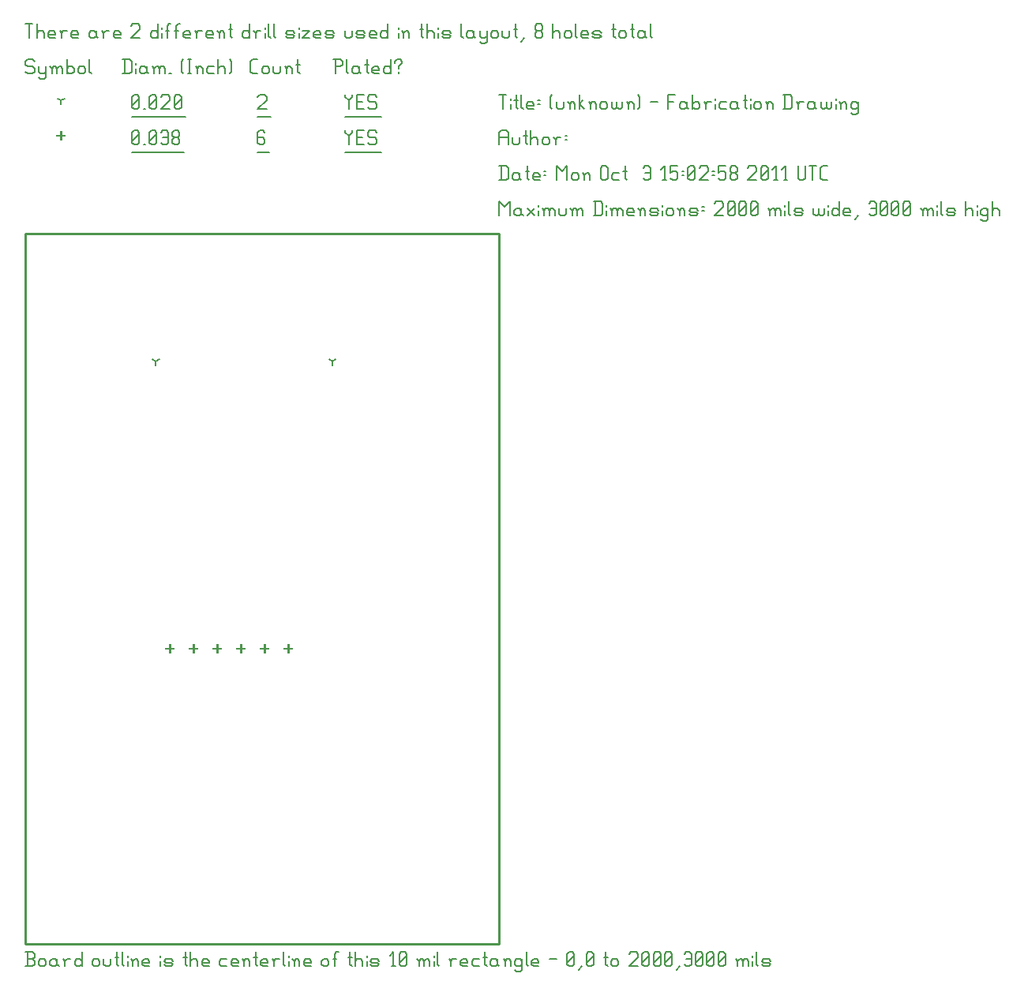
<source format=gbr>
G04 start of page 9 for group -3984 idx -3984 *
G04 Title: (unknown), fab *
G04 Creator: pcb 20100929 *
G04 CreationDate: Mon Oct  3 15:02:58 2011 UTC *
G04 For: user1 *
G04 Format: Gerber/RS-274X *
G04 PCB-Dimensions: 200000 300000 *
G04 PCB-Coordinate-Origin: lower left *
%MOIN*%
%FSLAX25Y25*%
%LNFAB*%
%ADD29C,0.0100*%
%ADD32R,0.0080X0.0080*%
%ADD33C,0.0060*%
G54D32*X61000Y126100D02*Y122900D01*
X59400Y124500D02*X62600D01*
X71000Y126100D02*Y122900D01*
X69400Y124500D02*X72600D01*
X81000Y126100D02*Y122900D01*
X79400Y124500D02*X82600D01*
X91000Y126100D02*Y122900D01*
X89400Y124500D02*X92600D01*
X101000Y126100D02*Y122900D01*
X99400Y124500D02*X102600D01*
X111000Y126100D02*Y122900D01*
X109400Y124500D02*X112600D01*
X15000Y342850D02*Y339650D01*
X13400Y341250D02*X16600D01*
G54D33*X135000Y343500D02*Y342750D01*
X136500Y341250D01*
X138000Y342750D01*
Y343500D02*Y342750D01*
X136500Y341250D02*Y337500D01*
X139801Y340500D02*X142051D01*
X139801Y337500D02*X142801D01*
X139801Y343500D02*Y337500D01*
Y343500D02*X142801D01*
X147603D02*X148353Y342750D01*
X145353Y343500D02*X147603D01*
X144603Y342750D02*X145353Y343500D01*
X144603Y342750D02*Y341250D01*
X145353Y340500D01*
X147603D01*
X148353Y339750D01*
Y338250D01*
X147603Y337500D02*X148353Y338250D01*
X145353Y337500D02*X147603D01*
X144603Y338250D02*X145353Y337500D01*
X135000Y334249D02*X150154D01*
X100250Y343500D02*X101000Y342750D01*
X98750Y343500D02*X100250D01*
X98000Y342750D02*X98750Y343500D01*
X98000Y342750D02*Y338250D01*
X98750Y337500D01*
X100250Y340500D02*X101000Y339750D01*
X98000Y340500D02*X100250D01*
X98750Y337500D02*X100250D01*
X101000Y338250D01*
Y339750D02*Y338250D01*
X98000Y334249D02*X102801D01*
X45000Y338250D02*X45750Y337500D01*
X45000Y342750D02*Y338250D01*
Y342750D02*X45750Y343500D01*
X47250D01*
X48000Y342750D01*
Y338250D01*
X47250Y337500D02*X48000Y338250D01*
X45750Y337500D02*X47250D01*
X45000Y339000D02*X48000Y342000D01*
X49801Y337500D02*X50551D01*
X52353Y338250D02*X53103Y337500D01*
X52353Y342750D02*Y338250D01*
Y342750D02*X53103Y343500D01*
X54603D01*
X55353Y342750D01*
Y338250D01*
X54603Y337500D02*X55353Y338250D01*
X53103Y337500D02*X54603D01*
X52353Y339000D02*X55353Y342000D01*
X57154Y342750D02*X57904Y343500D01*
X59404D01*
X60154Y342750D01*
Y338250D01*
X59404Y337500D02*X60154Y338250D01*
X57904Y337500D02*X59404D01*
X57154Y338250D02*X57904Y337500D01*
Y340500D02*X60154D01*
X61956Y338250D02*X62706Y337500D01*
X61956Y339750D02*Y338250D01*
Y339750D02*X62706Y340500D01*
X64206D01*
X64956Y339750D01*
Y338250D01*
X64206Y337500D02*X64956Y338250D01*
X62706Y337500D02*X64206D01*
X61956Y341250D02*X62706Y340500D01*
X61956Y342750D02*Y341250D01*
Y342750D02*X62706Y343500D01*
X64206D01*
X64956Y342750D01*
Y341250D01*
X64206Y340500D02*X64956Y341250D01*
X45000Y334249D02*X66757D01*
X129500Y246000D02*Y244400D01*
Y246000D02*X130886Y246800D01*
X129500Y246000D02*X128114Y246800D01*
X55000Y246000D02*Y244400D01*
Y246000D02*X56386Y246800D01*
X55000Y246000D02*X53614Y246800D01*
X15000Y356250D02*Y354650D01*
Y356250D02*X16386Y357050D01*
X15000Y356250D02*X13614Y357050D01*
X135000Y358500D02*Y357750D01*
X136500Y356250D01*
X138000Y357750D01*
Y358500D02*Y357750D01*
X136500Y356250D02*Y352500D01*
X139801Y355500D02*X142051D01*
X139801Y352500D02*X142801D01*
X139801Y358500D02*Y352500D01*
Y358500D02*X142801D01*
X147603D02*X148353Y357750D01*
X145353Y358500D02*X147603D01*
X144603Y357750D02*X145353Y358500D01*
X144603Y357750D02*Y356250D01*
X145353Y355500D01*
X147603D01*
X148353Y354750D01*
Y353250D01*
X147603Y352500D02*X148353Y353250D01*
X145353Y352500D02*X147603D01*
X144603Y353250D02*X145353Y352500D01*
X135000Y349249D02*X150154D01*
X98000Y357750D02*X98750Y358500D01*
X101000D01*
X101750Y357750D01*
Y356250D01*
X98000Y352500D02*X101750Y356250D01*
X98000Y352500D02*X101750D01*
X98000Y349249D02*X103551D01*
X45000Y353250D02*X45750Y352500D01*
X45000Y357750D02*Y353250D01*
Y357750D02*X45750Y358500D01*
X47250D01*
X48000Y357750D01*
Y353250D01*
X47250Y352500D02*X48000Y353250D01*
X45750Y352500D02*X47250D01*
X45000Y354000D02*X48000Y357000D01*
X49801Y352500D02*X50551D01*
X52353Y353250D02*X53103Y352500D01*
X52353Y357750D02*Y353250D01*
Y357750D02*X53103Y358500D01*
X54603D01*
X55353Y357750D01*
Y353250D01*
X54603Y352500D02*X55353Y353250D01*
X53103Y352500D02*X54603D01*
X52353Y354000D02*X55353Y357000D01*
X57154Y357750D02*X57904Y358500D01*
X60154D01*
X60904Y357750D01*
Y356250D01*
X57154Y352500D02*X60904Y356250D01*
X57154Y352500D02*X60904D01*
X62706Y353250D02*X63456Y352500D01*
X62706Y357750D02*Y353250D01*
Y357750D02*X63456Y358500D01*
X64956D01*
X65706Y357750D01*
Y353250D01*
X64956Y352500D02*X65706Y353250D01*
X63456Y352500D02*X64956D01*
X62706Y354000D02*X65706Y357000D01*
X45000Y349249D02*X67507D01*
X3000Y373500D02*X3750Y372750D01*
X750Y373500D02*X3000D01*
X0Y372750D02*X750Y373500D01*
X0Y372750D02*Y371250D01*
X750Y370500D01*
X3000D01*
X3750Y369750D01*
Y368250D01*
X3000Y367500D02*X3750Y368250D01*
X750Y367500D02*X3000D01*
X0Y368250D02*X750Y367500D01*
X5551Y370500D02*Y368250D01*
X6301Y367500D01*
X8551Y370500D02*Y366000D01*
X7801Y365250D02*X8551Y366000D01*
X6301Y365250D02*X7801D01*
X5551Y366000D02*X6301Y365250D01*
Y367500D02*X7801D01*
X8551Y368250D01*
X11103Y369750D02*Y367500D01*
Y369750D02*X11853Y370500D01*
X12603D01*
X13353Y369750D01*
Y367500D01*
Y369750D02*X14103Y370500D01*
X14853D01*
X15603Y369750D01*
Y367500D01*
X10353Y370500D02*X11103Y369750D01*
X17404Y373500D02*Y367500D01*
Y368250D02*X18154Y367500D01*
X19654D01*
X20404Y368250D01*
Y369750D02*Y368250D01*
X19654Y370500D02*X20404Y369750D01*
X18154Y370500D02*X19654D01*
X17404Y369750D02*X18154Y370500D01*
X22206Y369750D02*Y368250D01*
Y369750D02*X22956Y370500D01*
X24456D01*
X25206Y369750D01*
Y368250D01*
X24456Y367500D02*X25206Y368250D01*
X22956Y367500D02*X24456D01*
X22206Y368250D02*X22956Y367500D01*
X27007Y373500D02*Y368250D01*
X27757Y367500D01*
X41750Y373500D02*Y367500D01*
X44000Y373500D02*X44750Y372750D01*
Y368250D01*
X44000Y367500D02*X44750Y368250D01*
X41000Y367500D02*X44000D01*
X41000Y373500D02*X44000D01*
X46551Y372000D02*Y371250D01*
Y369750D02*Y367500D01*
X50303Y370500D02*X51053Y369750D01*
X48803Y370500D02*X50303D01*
X48053Y369750D02*X48803Y370500D01*
X48053Y369750D02*Y368250D01*
X48803Y367500D01*
X51053Y370500D02*Y368250D01*
X51803Y367500D01*
X48803D02*X50303D01*
X51053Y368250D01*
X54354Y369750D02*Y367500D01*
Y369750D02*X55104Y370500D01*
X55854D01*
X56604Y369750D01*
Y367500D01*
Y369750D02*X57354Y370500D01*
X58104D01*
X58854Y369750D01*
Y367500D01*
X53604Y370500D02*X54354Y369750D01*
X60656Y367500D02*X61406D01*
X65907Y368250D02*X66657Y367500D01*
X65907Y372750D02*X66657Y373500D01*
X65907Y372750D02*Y368250D01*
X68459Y373500D02*X69959D01*
X69209D02*Y367500D01*
X68459D02*X69959D01*
X72510Y369750D02*Y367500D01*
Y369750D02*X73260Y370500D01*
X74010D01*
X74760Y369750D01*
Y367500D01*
X71760Y370500D02*X72510Y369750D01*
X77312Y370500D02*X79562D01*
X76562Y369750D02*X77312Y370500D01*
X76562Y369750D02*Y368250D01*
X77312Y367500D01*
X79562D01*
X81363Y373500D02*Y367500D01*
Y369750D02*X82113Y370500D01*
X83613D01*
X84363Y369750D01*
Y367500D01*
X86165Y373500D02*X86915Y372750D01*
Y368250D01*
X86165Y367500D02*X86915Y368250D01*
X95750Y367500D02*X98000D01*
X95000Y368250D02*X95750Y367500D01*
X95000Y372750D02*Y368250D01*
Y372750D02*X95750Y373500D01*
X98000D01*
X99801Y369750D02*Y368250D01*
Y369750D02*X100551Y370500D01*
X102051D01*
X102801Y369750D01*
Y368250D01*
X102051Y367500D02*X102801Y368250D01*
X100551Y367500D02*X102051D01*
X99801Y368250D02*X100551Y367500D01*
X104603Y370500D02*Y368250D01*
X105353Y367500D01*
X106853D01*
X107603Y368250D01*
Y370500D02*Y368250D01*
X110154Y369750D02*Y367500D01*
Y369750D02*X110904Y370500D01*
X111654D01*
X112404Y369750D01*
Y367500D01*
X109404Y370500D02*X110154Y369750D01*
X114956Y373500D02*Y368250D01*
X115706Y367500D01*
X114206Y371250D02*X115706D01*
X130750Y373500D02*Y367500D01*
X130000Y373500D02*X133000D01*
X133750Y372750D01*
Y371250D01*
X133000Y370500D02*X133750Y371250D01*
X130750Y370500D02*X133000D01*
X135551Y373500D02*Y368250D01*
X136301Y367500D01*
X140053Y370500D02*X140803Y369750D01*
X138553Y370500D02*X140053D01*
X137803Y369750D02*X138553Y370500D01*
X137803Y369750D02*Y368250D01*
X138553Y367500D01*
X140803Y370500D02*Y368250D01*
X141553Y367500D01*
X138553D02*X140053D01*
X140803Y368250D01*
X144104Y373500D02*Y368250D01*
X144854Y367500D01*
X143354Y371250D02*X144854D01*
X147106Y367500D02*X149356D01*
X146356Y368250D02*X147106Y367500D01*
X146356Y369750D02*Y368250D01*
Y369750D02*X147106Y370500D01*
X148606D01*
X149356Y369750D01*
X146356Y369000D02*X149356D01*
Y369750D02*Y369000D01*
X154157Y373500D02*Y367500D01*
X153407D02*X154157Y368250D01*
X151907Y367500D02*X153407D01*
X151157Y368250D02*X151907Y367500D01*
X151157Y369750D02*Y368250D01*
Y369750D02*X151907Y370500D01*
X153407D01*
X154157Y369750D01*
X157459Y370500D02*Y369750D01*
Y368250D02*Y367500D01*
X155959Y372750D02*Y372000D01*
Y372750D02*X156709Y373500D01*
X158209D01*
X158959Y372750D01*
Y372000D01*
X157459Y370500D02*X158959Y372000D01*
X0Y388500D02*X3000D01*
X1500D02*Y382500D01*
X4801Y388500D02*Y382500D01*
Y384750D02*X5551Y385500D01*
X7051D01*
X7801Y384750D01*
Y382500D01*
X10353D02*X12603D01*
X9603Y383250D02*X10353Y382500D01*
X9603Y384750D02*Y383250D01*
Y384750D02*X10353Y385500D01*
X11853D01*
X12603Y384750D01*
X9603Y384000D02*X12603D01*
Y384750D02*Y384000D01*
X15154Y384750D02*Y382500D01*
Y384750D02*X15904Y385500D01*
X17404D01*
X14404D02*X15154Y384750D01*
X19956Y382500D02*X22206D01*
X19206Y383250D02*X19956Y382500D01*
X19206Y384750D02*Y383250D01*
Y384750D02*X19956Y385500D01*
X21456D01*
X22206Y384750D01*
X19206Y384000D02*X22206D01*
Y384750D02*Y384000D01*
X28957Y385500D02*X29707Y384750D01*
X27457Y385500D02*X28957D01*
X26707Y384750D02*X27457Y385500D01*
X26707Y384750D02*Y383250D01*
X27457Y382500D01*
X29707Y385500D02*Y383250D01*
X30457Y382500D01*
X27457D02*X28957D01*
X29707Y383250D01*
X33009Y384750D02*Y382500D01*
Y384750D02*X33759Y385500D01*
X35259D01*
X32259D02*X33009Y384750D01*
X37810Y382500D02*X40060D01*
X37060Y383250D02*X37810Y382500D01*
X37060Y384750D02*Y383250D01*
Y384750D02*X37810Y385500D01*
X39310D01*
X40060Y384750D01*
X37060Y384000D02*X40060D01*
Y384750D02*Y384000D01*
X44562Y387750D02*X45312Y388500D01*
X47562D01*
X48312Y387750D01*
Y386250D01*
X44562Y382500D02*X48312Y386250D01*
X44562Y382500D02*X48312D01*
X55813Y388500D02*Y382500D01*
X55063D02*X55813Y383250D01*
X53563Y382500D02*X55063D01*
X52813Y383250D02*X53563Y382500D01*
X52813Y384750D02*Y383250D01*
Y384750D02*X53563Y385500D01*
X55063D01*
X55813Y384750D01*
X57615Y387000D02*Y386250D01*
Y384750D02*Y382500D01*
X59866Y387750D02*Y382500D01*
Y387750D02*X60616Y388500D01*
X61366D01*
X59116Y385500D02*X60616D01*
X63618Y387750D02*Y382500D01*
Y387750D02*X64368Y388500D01*
X65118D01*
X62868Y385500D02*X64368D01*
X67369Y382500D02*X69619D01*
X66619Y383250D02*X67369Y382500D01*
X66619Y384750D02*Y383250D01*
Y384750D02*X67369Y385500D01*
X68869D01*
X69619Y384750D01*
X66619Y384000D02*X69619D01*
Y384750D02*Y384000D01*
X72171Y384750D02*Y382500D01*
Y384750D02*X72921Y385500D01*
X74421D01*
X71421D02*X72171Y384750D01*
X76972Y382500D02*X79222D01*
X76222Y383250D02*X76972Y382500D01*
X76222Y384750D02*Y383250D01*
Y384750D02*X76972Y385500D01*
X78472D01*
X79222Y384750D01*
X76222Y384000D02*X79222D01*
Y384750D02*Y384000D01*
X81774Y384750D02*Y382500D01*
Y384750D02*X82524Y385500D01*
X83274D01*
X84024Y384750D01*
Y382500D01*
X81024Y385500D02*X81774Y384750D01*
X86575Y388500D02*Y383250D01*
X87325Y382500D01*
X85825Y386250D02*X87325D01*
X94527Y388500D02*Y382500D01*
X93777D02*X94527Y383250D01*
X92277Y382500D02*X93777D01*
X91527Y383250D02*X92277Y382500D01*
X91527Y384750D02*Y383250D01*
Y384750D02*X92277Y385500D01*
X93777D01*
X94527Y384750D01*
X97078D02*Y382500D01*
Y384750D02*X97828Y385500D01*
X99328D01*
X96328D02*X97078Y384750D01*
X101130Y387000D02*Y386250D01*
Y384750D02*Y382500D01*
X102631Y388500D02*Y383250D01*
X103381Y382500D01*
X104883Y388500D02*Y383250D01*
X105633Y382500D01*
X110584D02*X112834D01*
X113584Y383250D01*
X112834Y384000D02*X113584Y383250D01*
X110584Y384000D02*X112834D01*
X109834Y384750D02*X110584Y384000D01*
X109834Y384750D02*X110584Y385500D01*
X112834D01*
X113584Y384750D01*
X109834Y383250D02*X110584Y382500D01*
X115386Y387000D02*Y386250D01*
Y384750D02*Y382500D01*
X116887Y385500D02*X119887D01*
X116887Y382500D02*X119887Y385500D01*
X116887Y382500D02*X119887D01*
X122439D02*X124689D01*
X121689Y383250D02*X122439Y382500D01*
X121689Y384750D02*Y383250D01*
Y384750D02*X122439Y385500D01*
X123939D01*
X124689Y384750D01*
X121689Y384000D02*X124689D01*
Y384750D02*Y384000D01*
X127240Y382500D02*X129490D01*
X130240Y383250D01*
X129490Y384000D02*X130240Y383250D01*
X127240Y384000D02*X129490D01*
X126490Y384750D02*X127240Y384000D01*
X126490Y384750D02*X127240Y385500D01*
X129490D01*
X130240Y384750D01*
X126490Y383250D02*X127240Y382500D01*
X134742Y385500D02*Y383250D01*
X135492Y382500D01*
X136992D01*
X137742Y383250D01*
Y385500D02*Y383250D01*
X140293Y382500D02*X142543D01*
X143293Y383250D01*
X142543Y384000D02*X143293Y383250D01*
X140293Y384000D02*X142543D01*
X139543Y384750D02*X140293Y384000D01*
X139543Y384750D02*X140293Y385500D01*
X142543D01*
X143293Y384750D01*
X139543Y383250D02*X140293Y382500D01*
X145845D02*X148095D01*
X145095Y383250D02*X145845Y382500D01*
X145095Y384750D02*Y383250D01*
Y384750D02*X145845Y385500D01*
X147345D01*
X148095Y384750D01*
X145095Y384000D02*X148095D01*
Y384750D02*Y384000D01*
X152896Y388500D02*Y382500D01*
X152146D02*X152896Y383250D01*
X150646Y382500D02*X152146D01*
X149896Y383250D02*X150646Y382500D01*
X149896Y384750D02*Y383250D01*
Y384750D02*X150646Y385500D01*
X152146D01*
X152896Y384750D01*
X157398Y387000D02*Y386250D01*
Y384750D02*Y382500D01*
X159649Y384750D02*Y382500D01*
Y384750D02*X160399Y385500D01*
X161149D01*
X161899Y384750D01*
Y382500D01*
X158899Y385500D02*X159649Y384750D01*
X167151Y388500D02*Y383250D01*
X167901Y382500D01*
X166401Y386250D02*X167901D01*
X169402Y388500D02*Y382500D01*
Y384750D02*X170152Y385500D01*
X171652D01*
X172402Y384750D01*
Y382500D01*
X174204Y387000D02*Y386250D01*
Y384750D02*Y382500D01*
X176455D02*X178705D01*
X179455Y383250D01*
X178705Y384000D02*X179455Y383250D01*
X176455Y384000D02*X178705D01*
X175705Y384750D02*X176455Y384000D01*
X175705Y384750D02*X176455Y385500D01*
X178705D01*
X179455Y384750D01*
X175705Y383250D02*X176455Y382500D01*
X183957Y388500D02*Y383250D01*
X184707Y382500D01*
X188458Y385500D02*X189208Y384750D01*
X186958Y385500D02*X188458D01*
X186208Y384750D02*X186958Y385500D01*
X186208Y384750D02*Y383250D01*
X186958Y382500D01*
X189208Y385500D02*Y383250D01*
X189958Y382500D01*
X186958D02*X188458D01*
X189208Y383250D01*
X191760Y385500D02*Y383250D01*
X192510Y382500D01*
X194760Y385500D02*Y381000D01*
X194010Y380250D02*X194760Y381000D01*
X192510Y380250D02*X194010D01*
X191760Y381000D02*X192510Y380250D01*
Y382500D02*X194010D01*
X194760Y383250D01*
X196561Y384750D02*Y383250D01*
Y384750D02*X197311Y385500D01*
X198811D01*
X199561Y384750D01*
Y383250D01*
X198811Y382500D02*X199561Y383250D01*
X197311Y382500D02*X198811D01*
X196561Y383250D02*X197311Y382500D01*
X201363Y385500D02*Y383250D01*
X202113Y382500D01*
X203613D01*
X204363Y383250D01*
Y385500D02*Y383250D01*
X206914Y388500D02*Y383250D01*
X207664Y382500D01*
X206164Y386250D02*X207664D01*
X209166Y381000D02*X210666Y382500D01*
X215167Y383250D02*X215917Y382500D01*
X215167Y384750D02*Y383250D01*
Y384750D02*X215917Y385500D01*
X217417D01*
X218167Y384750D01*
Y383250D01*
X217417Y382500D02*X218167Y383250D01*
X215917Y382500D02*X217417D01*
X215167Y386250D02*X215917Y385500D01*
X215167Y387750D02*Y386250D01*
Y387750D02*X215917Y388500D01*
X217417D01*
X218167Y387750D01*
Y386250D01*
X217417Y385500D02*X218167Y386250D01*
X222669Y388500D02*Y382500D01*
Y384750D02*X223419Y385500D01*
X224919D01*
X225669Y384750D01*
Y382500D01*
X227470Y384750D02*Y383250D01*
Y384750D02*X228220Y385500D01*
X229720D01*
X230470Y384750D01*
Y383250D01*
X229720Y382500D02*X230470Y383250D01*
X228220Y382500D02*X229720D01*
X227470Y383250D02*X228220Y382500D01*
X232272Y388500D02*Y383250D01*
X233022Y382500D01*
X235273D02*X237523D01*
X234523Y383250D02*X235273Y382500D01*
X234523Y384750D02*Y383250D01*
Y384750D02*X235273Y385500D01*
X236773D01*
X237523Y384750D01*
X234523Y384000D02*X237523D01*
Y384750D02*Y384000D01*
X240075Y382500D02*X242325D01*
X243075Y383250D01*
X242325Y384000D02*X243075Y383250D01*
X240075Y384000D02*X242325D01*
X239325Y384750D02*X240075Y384000D01*
X239325Y384750D02*X240075Y385500D01*
X242325D01*
X243075Y384750D01*
X239325Y383250D02*X240075Y382500D01*
X248326Y388500D02*Y383250D01*
X249076Y382500D01*
X247576Y386250D02*X249076D01*
X250578Y384750D02*Y383250D01*
Y384750D02*X251328Y385500D01*
X252828D01*
X253578Y384750D01*
Y383250D01*
X252828Y382500D02*X253578Y383250D01*
X251328Y382500D02*X252828D01*
X250578Y383250D02*X251328Y382500D01*
X256129Y388500D02*Y383250D01*
X256879Y382500D01*
X255379Y386250D02*X256879D01*
X260631Y385500D02*X261381Y384750D01*
X259131Y385500D02*X260631D01*
X258381Y384750D02*X259131Y385500D01*
X258381Y384750D02*Y383250D01*
X259131Y382500D01*
X261381Y385500D02*Y383250D01*
X262131Y382500D01*
X259131D02*X260631D01*
X261381Y383250D01*
X263932Y388500D02*Y383250D01*
X264682Y382500D01*
G54D29*X0Y300000D02*X200000D01*
X0D02*Y0D01*
X200000Y300000D02*Y0D01*
X0D02*X200000D01*
G54D33*Y313500D02*Y307500D01*
Y313500D02*X202250Y311250D01*
X204500Y313500D01*
Y307500D01*
X208551Y310500D02*X209301Y309750D01*
X207051Y310500D02*X208551D01*
X206301Y309750D02*X207051Y310500D01*
X206301Y309750D02*Y308250D01*
X207051Y307500D01*
X209301Y310500D02*Y308250D01*
X210051Y307500D01*
X207051D02*X208551D01*
X209301Y308250D01*
X211853Y310500D02*X214853Y307500D01*
X211853D02*X214853Y310500D01*
X216654Y312000D02*Y311250D01*
Y309750D02*Y307500D01*
X218906Y309750D02*Y307500D01*
Y309750D02*X219656Y310500D01*
X220406D01*
X221156Y309750D01*
Y307500D01*
Y309750D02*X221906Y310500D01*
X222656D01*
X223406Y309750D01*
Y307500D01*
X218156Y310500D02*X218906Y309750D01*
X225207Y310500D02*Y308250D01*
X225957Y307500D01*
X227457D01*
X228207Y308250D01*
Y310500D02*Y308250D01*
X230759Y309750D02*Y307500D01*
Y309750D02*X231509Y310500D01*
X232259D01*
X233009Y309750D01*
Y307500D01*
Y309750D02*X233759Y310500D01*
X234509D01*
X235259Y309750D01*
Y307500D01*
X230009Y310500D02*X230759Y309750D01*
X240510Y313500D02*Y307500D01*
X242760Y313500D02*X243510Y312750D01*
Y308250D01*
X242760Y307500D02*X243510Y308250D01*
X239760Y307500D02*X242760D01*
X239760Y313500D02*X242760D01*
X245312Y312000D02*Y311250D01*
Y309750D02*Y307500D01*
X247563Y309750D02*Y307500D01*
Y309750D02*X248313Y310500D01*
X249063D01*
X249813Y309750D01*
Y307500D01*
Y309750D02*X250563Y310500D01*
X251313D01*
X252063Y309750D01*
Y307500D01*
X246813Y310500D02*X247563Y309750D01*
X254615Y307500D02*X256865D01*
X253865Y308250D02*X254615Y307500D01*
X253865Y309750D02*Y308250D01*
Y309750D02*X254615Y310500D01*
X256115D01*
X256865Y309750D01*
X253865Y309000D02*X256865D01*
Y309750D02*Y309000D01*
X259416Y309750D02*Y307500D01*
Y309750D02*X260166Y310500D01*
X260916D01*
X261666Y309750D01*
Y307500D01*
X258666Y310500D02*X259416Y309750D01*
X264218Y307500D02*X266468D01*
X267218Y308250D01*
X266468Y309000D02*X267218Y308250D01*
X264218Y309000D02*X266468D01*
X263468Y309750D02*X264218Y309000D01*
X263468Y309750D02*X264218Y310500D01*
X266468D01*
X267218Y309750D01*
X263468Y308250D02*X264218Y307500D01*
X269019Y312000D02*Y311250D01*
Y309750D02*Y307500D01*
X270521Y309750D02*Y308250D01*
Y309750D02*X271271Y310500D01*
X272771D01*
X273521Y309750D01*
Y308250D01*
X272771Y307500D02*X273521Y308250D01*
X271271Y307500D02*X272771D01*
X270521Y308250D02*X271271Y307500D01*
X276072Y309750D02*Y307500D01*
Y309750D02*X276822Y310500D01*
X277572D01*
X278322Y309750D01*
Y307500D01*
X275322Y310500D02*X276072Y309750D01*
X280874Y307500D02*X283124D01*
X283874Y308250D01*
X283124Y309000D02*X283874Y308250D01*
X280874Y309000D02*X283124D01*
X280124Y309750D02*X280874Y309000D01*
X280124Y309750D02*X280874Y310500D01*
X283124D01*
X283874Y309750D01*
X280124Y308250D02*X280874Y307500D01*
X285675Y311250D02*X286425D01*
X285675Y309750D02*X286425D01*
X290927Y312750D02*X291677Y313500D01*
X293927D01*
X294677Y312750D01*
Y311250D01*
X290927Y307500D02*X294677Y311250D01*
X290927Y307500D02*X294677D01*
X296478Y308250D02*X297228Y307500D01*
X296478Y312750D02*Y308250D01*
Y312750D02*X297228Y313500D01*
X298728D01*
X299478Y312750D01*
Y308250D01*
X298728Y307500D02*X299478Y308250D01*
X297228Y307500D02*X298728D01*
X296478Y309000D02*X299478Y312000D01*
X301280Y308250D02*X302030Y307500D01*
X301280Y312750D02*Y308250D01*
Y312750D02*X302030Y313500D01*
X303530D01*
X304280Y312750D01*
Y308250D01*
X303530Y307500D02*X304280Y308250D01*
X302030Y307500D02*X303530D01*
X301280Y309000D02*X304280Y312000D01*
X306081Y308250D02*X306831Y307500D01*
X306081Y312750D02*Y308250D01*
Y312750D02*X306831Y313500D01*
X308331D01*
X309081Y312750D01*
Y308250D01*
X308331Y307500D02*X309081Y308250D01*
X306831Y307500D02*X308331D01*
X306081Y309000D02*X309081Y312000D01*
X314333Y309750D02*Y307500D01*
Y309750D02*X315083Y310500D01*
X315833D01*
X316583Y309750D01*
Y307500D01*
Y309750D02*X317333Y310500D01*
X318083D01*
X318833Y309750D01*
Y307500D01*
X313583Y310500D02*X314333Y309750D01*
X320634Y312000D02*Y311250D01*
Y309750D02*Y307500D01*
X322136Y313500D02*Y308250D01*
X322886Y307500D01*
X325137D02*X327387D01*
X328137Y308250D01*
X327387Y309000D02*X328137Y308250D01*
X325137Y309000D02*X327387D01*
X324387Y309750D02*X325137Y309000D01*
X324387Y309750D02*X325137Y310500D01*
X327387D01*
X328137Y309750D01*
X324387Y308250D02*X325137Y307500D01*
X332639Y310500D02*Y308250D01*
X333389Y307500D01*
X334139D01*
X334889Y308250D01*
Y310500D02*Y308250D01*
X335639Y307500D01*
X336389D01*
X337139Y308250D01*
Y310500D02*Y308250D01*
X338940Y312000D02*Y311250D01*
Y309750D02*Y307500D01*
X343442Y313500D02*Y307500D01*
X342692D02*X343442Y308250D01*
X341192Y307500D02*X342692D01*
X340442Y308250D02*X341192Y307500D01*
X340442Y309750D02*Y308250D01*
Y309750D02*X341192Y310500D01*
X342692D01*
X343442Y309750D01*
X345993Y307500D02*X348243D01*
X345243Y308250D02*X345993Y307500D01*
X345243Y309750D02*Y308250D01*
Y309750D02*X345993Y310500D01*
X347493D01*
X348243Y309750D01*
X345243Y309000D02*X348243D01*
Y309750D02*Y309000D01*
X350045Y306000D02*X351545Y307500D01*
X356046Y312750D02*X356796Y313500D01*
X358296D01*
X359046Y312750D01*
Y308250D01*
X358296Y307500D02*X359046Y308250D01*
X356796Y307500D02*X358296D01*
X356046Y308250D02*X356796Y307500D01*
Y310500D02*X359046D01*
X360848Y308250D02*X361598Y307500D01*
X360848Y312750D02*Y308250D01*
Y312750D02*X361598Y313500D01*
X363098D01*
X363848Y312750D01*
Y308250D01*
X363098Y307500D02*X363848Y308250D01*
X361598Y307500D02*X363098D01*
X360848Y309000D02*X363848Y312000D01*
X365649Y308250D02*X366399Y307500D01*
X365649Y312750D02*Y308250D01*
Y312750D02*X366399Y313500D01*
X367899D01*
X368649Y312750D01*
Y308250D01*
X367899Y307500D02*X368649Y308250D01*
X366399Y307500D02*X367899D01*
X365649Y309000D02*X368649Y312000D01*
X370451Y308250D02*X371201Y307500D01*
X370451Y312750D02*Y308250D01*
Y312750D02*X371201Y313500D01*
X372701D01*
X373451Y312750D01*
Y308250D01*
X372701Y307500D02*X373451Y308250D01*
X371201Y307500D02*X372701D01*
X370451Y309000D02*X373451Y312000D01*
X378702Y309750D02*Y307500D01*
Y309750D02*X379452Y310500D01*
X380202D01*
X380952Y309750D01*
Y307500D01*
Y309750D02*X381702Y310500D01*
X382452D01*
X383202Y309750D01*
Y307500D01*
X377952Y310500D02*X378702Y309750D01*
X385004Y312000D02*Y311250D01*
Y309750D02*Y307500D01*
X386505Y313500D02*Y308250D01*
X387255Y307500D01*
X389507D02*X391757D01*
X392507Y308250D01*
X391757Y309000D02*X392507Y308250D01*
X389507Y309000D02*X391757D01*
X388757Y309750D02*X389507Y309000D01*
X388757Y309750D02*X389507Y310500D01*
X391757D01*
X392507Y309750D01*
X388757Y308250D02*X389507Y307500D01*
X397008Y313500D02*Y307500D01*
Y309750D02*X397758Y310500D01*
X399258D01*
X400008Y309750D01*
Y307500D01*
X401810Y312000D02*Y311250D01*
Y309750D02*Y307500D01*
X405561Y310500D02*X406311Y309750D01*
X404061Y310500D02*X405561D01*
X403311Y309750D02*X404061Y310500D01*
X403311Y309750D02*Y308250D01*
X404061Y307500D01*
X405561D01*
X406311Y308250D01*
X403311Y306000D02*X404061Y305250D01*
X405561D01*
X406311Y306000D01*
Y310500D02*Y306000D01*
X408113Y313500D02*Y307500D01*
Y309750D02*X408863Y310500D01*
X410363D01*
X411113Y309750D01*
Y307500D01*
X0Y-9500D02*X3000D01*
X3750Y-8750D01*
Y-7250D02*Y-8750D01*
X3000Y-6500D02*X3750Y-7250D01*
X750Y-6500D02*X3000D01*
X750Y-3500D02*Y-9500D01*
X0Y-3500D02*X3000D01*
X3750Y-4250D01*
Y-5750D01*
X3000Y-6500D02*X3750Y-5750D01*
X5551Y-7250D02*Y-8750D01*
Y-7250D02*X6301Y-6500D01*
X7801D01*
X8551Y-7250D01*
Y-8750D01*
X7801Y-9500D02*X8551Y-8750D01*
X6301Y-9500D02*X7801D01*
X5551Y-8750D02*X6301Y-9500D01*
X12603Y-6500D02*X13353Y-7250D01*
X11103Y-6500D02*X12603D01*
X10353Y-7250D02*X11103Y-6500D01*
X10353Y-7250D02*Y-8750D01*
X11103Y-9500D01*
X13353Y-6500D02*Y-8750D01*
X14103Y-9500D01*
X11103D02*X12603D01*
X13353Y-8750D01*
X16654Y-7250D02*Y-9500D01*
Y-7250D02*X17404Y-6500D01*
X18904D01*
X15904D02*X16654Y-7250D01*
X23706Y-3500D02*Y-9500D01*
X22956D02*X23706Y-8750D01*
X21456Y-9500D02*X22956D01*
X20706Y-8750D02*X21456Y-9500D01*
X20706Y-7250D02*Y-8750D01*
Y-7250D02*X21456Y-6500D01*
X22956D01*
X23706Y-7250D01*
X28207D02*Y-8750D01*
Y-7250D02*X28957Y-6500D01*
X30457D01*
X31207Y-7250D01*
Y-8750D01*
X30457Y-9500D02*X31207Y-8750D01*
X28957Y-9500D02*X30457D01*
X28207Y-8750D02*X28957Y-9500D01*
X33009Y-6500D02*Y-8750D01*
X33759Y-9500D01*
X35259D01*
X36009Y-8750D01*
Y-6500D02*Y-8750D01*
X38560Y-3500D02*Y-8750D01*
X39310Y-9500D01*
X37810Y-5750D02*X39310D01*
X40812Y-3500D02*Y-8750D01*
X41562Y-9500D01*
X43063Y-5000D02*Y-5750D01*
Y-7250D02*Y-9500D01*
X45315Y-7250D02*Y-9500D01*
Y-7250D02*X46065Y-6500D01*
X46815D01*
X47565Y-7250D01*
Y-9500D01*
X44565Y-6500D02*X45315Y-7250D01*
X50116Y-9500D02*X52366D01*
X49366Y-8750D02*X50116Y-9500D01*
X49366Y-7250D02*Y-8750D01*
Y-7250D02*X50116Y-6500D01*
X51616D01*
X52366Y-7250D01*
X49366Y-8000D02*X52366D01*
Y-7250D02*Y-8000D01*
X56868Y-5000D02*Y-5750D01*
Y-7250D02*Y-9500D01*
X59119D02*X61369D01*
X62119Y-8750D01*
X61369Y-8000D02*X62119Y-8750D01*
X59119Y-8000D02*X61369D01*
X58369Y-7250D02*X59119Y-8000D01*
X58369Y-7250D02*X59119Y-6500D01*
X61369D01*
X62119Y-7250D01*
X58369Y-8750D02*X59119Y-9500D01*
X67371Y-3500D02*Y-8750D01*
X68121Y-9500D01*
X66621Y-5750D02*X68121D01*
X69622Y-3500D02*Y-9500D01*
Y-7250D02*X70372Y-6500D01*
X71872D01*
X72622Y-7250D01*
Y-9500D01*
X75174D02*X77424D01*
X74424Y-8750D02*X75174Y-9500D01*
X74424Y-7250D02*Y-8750D01*
Y-7250D02*X75174Y-6500D01*
X76674D01*
X77424Y-7250D01*
X74424Y-8000D02*X77424D01*
Y-7250D02*Y-8000D01*
X82675Y-6500D02*X84925D01*
X81925Y-7250D02*X82675Y-6500D01*
X81925Y-7250D02*Y-8750D01*
X82675Y-9500D01*
X84925D01*
X87477D02*X89727D01*
X86727Y-8750D02*X87477Y-9500D01*
X86727Y-7250D02*Y-8750D01*
Y-7250D02*X87477Y-6500D01*
X88977D01*
X89727Y-7250D01*
X86727Y-8000D02*X89727D01*
Y-7250D02*Y-8000D01*
X92278Y-7250D02*Y-9500D01*
Y-7250D02*X93028Y-6500D01*
X93778D01*
X94528Y-7250D01*
Y-9500D01*
X91528Y-6500D02*X92278Y-7250D01*
X97080Y-3500D02*Y-8750D01*
X97830Y-9500D01*
X96330Y-5750D02*X97830D01*
X100081Y-9500D02*X102331D01*
X99331Y-8750D02*X100081Y-9500D01*
X99331Y-7250D02*Y-8750D01*
Y-7250D02*X100081Y-6500D01*
X101581D01*
X102331Y-7250D01*
X99331Y-8000D02*X102331D01*
Y-7250D02*Y-8000D01*
X104883Y-7250D02*Y-9500D01*
Y-7250D02*X105633Y-6500D01*
X107133D01*
X104133D02*X104883Y-7250D01*
X108934Y-3500D02*Y-8750D01*
X109684Y-9500D01*
X111186Y-5000D02*Y-5750D01*
Y-7250D02*Y-9500D01*
X113437Y-7250D02*Y-9500D01*
Y-7250D02*X114187Y-6500D01*
X114937D01*
X115687Y-7250D01*
Y-9500D01*
X112687Y-6500D02*X113437Y-7250D01*
X118239Y-9500D02*X120489D01*
X117489Y-8750D02*X118239Y-9500D01*
X117489Y-7250D02*Y-8750D01*
Y-7250D02*X118239Y-6500D01*
X119739D01*
X120489Y-7250D01*
X117489Y-8000D02*X120489D01*
Y-7250D02*Y-8000D01*
X124990Y-7250D02*Y-8750D01*
Y-7250D02*X125740Y-6500D01*
X127240D01*
X127990Y-7250D01*
Y-8750D01*
X127240Y-9500D02*X127990Y-8750D01*
X125740Y-9500D02*X127240D01*
X124990Y-8750D02*X125740Y-9500D01*
X130542Y-4250D02*Y-9500D01*
Y-4250D02*X131292Y-3500D01*
X132042D01*
X129792Y-6500D02*X131292D01*
X136993Y-3500D02*Y-8750D01*
X137743Y-9500D01*
X136243Y-5750D02*X137743D01*
X139245Y-3500D02*Y-9500D01*
Y-7250D02*X139995Y-6500D01*
X141495D01*
X142245Y-7250D01*
Y-9500D01*
X144046Y-5000D02*Y-5750D01*
Y-7250D02*Y-9500D01*
X146298D02*X148548D01*
X149298Y-8750D01*
X148548Y-8000D02*X149298Y-8750D01*
X146298Y-8000D02*X148548D01*
X145548Y-7250D02*X146298Y-8000D01*
X145548Y-7250D02*X146298Y-6500D01*
X148548D01*
X149298Y-7250D01*
X145548Y-8750D02*X146298Y-9500D01*
X154549D02*X156049D01*
X155299Y-3500D02*Y-9500D01*
X153799Y-5000D02*X155299Y-3500D01*
X157851Y-8750D02*X158601Y-9500D01*
X157851Y-4250D02*Y-8750D01*
Y-4250D02*X158601Y-3500D01*
X160101D01*
X160851Y-4250D01*
Y-8750D01*
X160101Y-9500D02*X160851Y-8750D01*
X158601Y-9500D02*X160101D01*
X157851Y-8000D02*X160851Y-5000D01*
X166102Y-7250D02*Y-9500D01*
Y-7250D02*X166852Y-6500D01*
X167602D01*
X168352Y-7250D01*
Y-9500D01*
Y-7250D02*X169102Y-6500D01*
X169852D01*
X170602Y-7250D01*
Y-9500D01*
X165352Y-6500D02*X166102Y-7250D01*
X172404Y-5000D02*Y-5750D01*
Y-7250D02*Y-9500D01*
X173905Y-3500D02*Y-8750D01*
X174655Y-9500D01*
X179607Y-7250D02*Y-9500D01*
Y-7250D02*X180357Y-6500D01*
X181857D01*
X178857D02*X179607Y-7250D01*
X184408Y-9500D02*X186658D01*
X183658Y-8750D02*X184408Y-9500D01*
X183658Y-7250D02*Y-8750D01*
Y-7250D02*X184408Y-6500D01*
X185908D01*
X186658Y-7250D01*
X183658Y-8000D02*X186658D01*
Y-7250D02*Y-8000D01*
X189210Y-6500D02*X191460D01*
X188460Y-7250D02*X189210Y-6500D01*
X188460Y-7250D02*Y-8750D01*
X189210Y-9500D01*
X191460D01*
X194011Y-3500D02*Y-8750D01*
X194761Y-9500D01*
X193261Y-5750D02*X194761D01*
X198513Y-6500D02*X199263Y-7250D01*
X197013Y-6500D02*X198513D01*
X196263Y-7250D02*X197013Y-6500D01*
X196263Y-7250D02*Y-8750D01*
X197013Y-9500D01*
X199263Y-6500D02*Y-8750D01*
X200013Y-9500D01*
X197013D02*X198513D01*
X199263Y-8750D01*
X202564Y-7250D02*Y-9500D01*
Y-7250D02*X203314Y-6500D01*
X204064D01*
X204814Y-7250D01*
Y-9500D01*
X201814Y-6500D02*X202564Y-7250D01*
X208866Y-6500D02*X209616Y-7250D01*
X207366Y-6500D02*X208866D01*
X206616Y-7250D02*X207366Y-6500D01*
X206616Y-7250D02*Y-8750D01*
X207366Y-9500D01*
X208866D01*
X209616Y-8750D01*
X206616Y-11000D02*X207366Y-11750D01*
X208866D01*
X209616Y-11000D01*
Y-6500D02*Y-11000D01*
X211417Y-3500D02*Y-8750D01*
X212167Y-9500D01*
X214419D02*X216669D01*
X213669Y-8750D02*X214419Y-9500D01*
X213669Y-7250D02*Y-8750D01*
Y-7250D02*X214419Y-6500D01*
X215919D01*
X216669Y-7250D01*
X213669Y-8000D02*X216669D01*
Y-7250D02*Y-8000D01*
X221170Y-6500D02*X224170D01*
X228672Y-8750D02*X229422Y-9500D01*
X228672Y-4250D02*Y-8750D01*
Y-4250D02*X229422Y-3500D01*
X230922D01*
X231672Y-4250D01*
Y-8750D01*
X230922Y-9500D02*X231672Y-8750D01*
X229422Y-9500D02*X230922D01*
X228672Y-8000D02*X231672Y-5000D01*
X233473Y-11000D02*X234973Y-9500D01*
X236775Y-8750D02*X237525Y-9500D01*
X236775Y-4250D02*Y-8750D01*
Y-4250D02*X237525Y-3500D01*
X239025D01*
X239775Y-4250D01*
Y-8750D01*
X239025Y-9500D02*X239775Y-8750D01*
X237525Y-9500D02*X239025D01*
X236775Y-8000D02*X239775Y-5000D01*
X245026Y-3500D02*Y-8750D01*
X245776Y-9500D01*
X244276Y-5750D02*X245776D01*
X247278Y-7250D02*Y-8750D01*
Y-7250D02*X248028Y-6500D01*
X249528D01*
X250278Y-7250D01*
Y-8750D01*
X249528Y-9500D02*X250278Y-8750D01*
X248028Y-9500D02*X249528D01*
X247278Y-8750D02*X248028Y-9500D01*
X254779Y-4250D02*X255529Y-3500D01*
X257779D01*
X258529Y-4250D01*
Y-5750D01*
X254779Y-9500D02*X258529Y-5750D01*
X254779Y-9500D02*X258529D01*
X260331Y-8750D02*X261081Y-9500D01*
X260331Y-4250D02*Y-8750D01*
Y-4250D02*X261081Y-3500D01*
X262581D01*
X263331Y-4250D01*
Y-8750D01*
X262581Y-9500D02*X263331Y-8750D01*
X261081Y-9500D02*X262581D01*
X260331Y-8000D02*X263331Y-5000D01*
X265132Y-8750D02*X265882Y-9500D01*
X265132Y-4250D02*Y-8750D01*
Y-4250D02*X265882Y-3500D01*
X267382D01*
X268132Y-4250D01*
Y-8750D01*
X267382Y-9500D02*X268132Y-8750D01*
X265882Y-9500D02*X267382D01*
X265132Y-8000D02*X268132Y-5000D01*
X269934Y-8750D02*X270684Y-9500D01*
X269934Y-4250D02*Y-8750D01*
Y-4250D02*X270684Y-3500D01*
X272184D01*
X272934Y-4250D01*
Y-8750D01*
X272184Y-9500D02*X272934Y-8750D01*
X270684Y-9500D02*X272184D01*
X269934Y-8000D02*X272934Y-5000D01*
X274735Y-11000D02*X276235Y-9500D01*
X278037Y-4250D02*X278787Y-3500D01*
X280287D01*
X281037Y-4250D01*
Y-8750D01*
X280287Y-9500D02*X281037Y-8750D01*
X278787Y-9500D02*X280287D01*
X278037Y-8750D02*X278787Y-9500D01*
Y-6500D02*X281037D01*
X282838Y-8750D02*X283588Y-9500D01*
X282838Y-4250D02*Y-8750D01*
Y-4250D02*X283588Y-3500D01*
X285088D01*
X285838Y-4250D01*
Y-8750D01*
X285088Y-9500D02*X285838Y-8750D01*
X283588Y-9500D02*X285088D01*
X282838Y-8000D02*X285838Y-5000D01*
X287640Y-8750D02*X288390Y-9500D01*
X287640Y-4250D02*Y-8750D01*
Y-4250D02*X288390Y-3500D01*
X289890D01*
X290640Y-4250D01*
Y-8750D01*
X289890Y-9500D02*X290640Y-8750D01*
X288390Y-9500D02*X289890D01*
X287640Y-8000D02*X290640Y-5000D01*
X292441Y-8750D02*X293191Y-9500D01*
X292441Y-4250D02*Y-8750D01*
Y-4250D02*X293191Y-3500D01*
X294691D01*
X295441Y-4250D01*
Y-8750D01*
X294691Y-9500D02*X295441Y-8750D01*
X293191Y-9500D02*X294691D01*
X292441Y-8000D02*X295441Y-5000D01*
X300693Y-7250D02*Y-9500D01*
Y-7250D02*X301443Y-6500D01*
X302193D01*
X302943Y-7250D01*
Y-9500D01*
Y-7250D02*X303693Y-6500D01*
X304443D01*
X305193Y-7250D01*
Y-9500D01*
X299943Y-6500D02*X300693Y-7250D01*
X306994Y-5000D02*Y-5750D01*
Y-7250D02*Y-9500D01*
X308496Y-3500D02*Y-8750D01*
X309246Y-9500D01*
X311497D02*X313747D01*
X314497Y-8750D01*
X313747Y-8000D02*X314497Y-8750D01*
X311497Y-8000D02*X313747D01*
X310747Y-7250D02*X311497Y-8000D01*
X310747Y-7250D02*X311497Y-6500D01*
X313747D01*
X314497Y-7250D01*
X310747Y-8750D02*X311497Y-9500D01*
X200750Y328500D02*Y322500D01*
X203000Y328500D02*X203750Y327750D01*
Y323250D01*
X203000Y322500D02*X203750Y323250D01*
X200000Y322500D02*X203000D01*
X200000Y328500D02*X203000D01*
X207801Y325500D02*X208551Y324750D01*
X206301Y325500D02*X207801D01*
X205551Y324750D02*X206301Y325500D01*
X205551Y324750D02*Y323250D01*
X206301Y322500D01*
X208551Y325500D02*Y323250D01*
X209301Y322500D01*
X206301D02*X207801D01*
X208551Y323250D01*
X211853Y328500D02*Y323250D01*
X212603Y322500D01*
X211103Y326250D02*X212603D01*
X214854Y322500D02*X217104D01*
X214104Y323250D02*X214854Y322500D01*
X214104Y324750D02*Y323250D01*
Y324750D02*X214854Y325500D01*
X216354D01*
X217104Y324750D01*
X214104Y324000D02*X217104D01*
Y324750D02*Y324000D01*
X218906Y326250D02*X219656D01*
X218906Y324750D02*X219656D01*
X224157Y328500D02*Y322500D01*
Y328500D02*X226407Y326250D01*
X228657Y328500D01*
Y322500D01*
X230459Y324750D02*Y323250D01*
Y324750D02*X231209Y325500D01*
X232709D01*
X233459Y324750D01*
Y323250D01*
X232709Y322500D02*X233459Y323250D01*
X231209Y322500D02*X232709D01*
X230459Y323250D02*X231209Y322500D01*
X236010Y324750D02*Y322500D01*
Y324750D02*X236760Y325500D01*
X237510D01*
X238260Y324750D01*
Y322500D01*
X235260Y325500D02*X236010Y324750D01*
X242762Y327750D02*Y323250D01*
Y327750D02*X243512Y328500D01*
X245012D01*
X245762Y327750D01*
Y323250D01*
X245012Y322500D02*X245762Y323250D01*
X243512Y322500D02*X245012D01*
X242762Y323250D02*X243512Y322500D01*
X248313Y325500D02*X250563D01*
X247563Y324750D02*X248313Y325500D01*
X247563Y324750D02*Y323250D01*
X248313Y322500D01*
X250563D01*
X253115Y328500D02*Y323250D01*
X253865Y322500D01*
X252365Y326250D02*X253865D01*
X260766Y327750D02*X261516Y328500D01*
X263016D01*
X263766Y327750D01*
Y323250D01*
X263016Y322500D02*X263766Y323250D01*
X261516Y322500D02*X263016D01*
X260766Y323250D02*X261516Y322500D01*
Y325500D02*X263766D01*
X269018Y322500D02*X270518D01*
X269768Y328500D02*Y322500D01*
X268268Y327000D02*X269768Y328500D01*
X272319D02*X275319D01*
X272319D02*Y325500D01*
X273069Y326250D01*
X274569D01*
X275319Y325500D01*
Y323250D01*
X274569Y322500D02*X275319Y323250D01*
X273069Y322500D02*X274569D01*
X272319Y323250D02*X273069Y322500D01*
X277121Y326250D02*X277871D01*
X277121Y324750D02*X277871D01*
X279672Y323250D02*X280422Y322500D01*
X279672Y327750D02*Y323250D01*
Y327750D02*X280422Y328500D01*
X281922D01*
X282672Y327750D01*
Y323250D01*
X281922Y322500D02*X282672Y323250D01*
X280422Y322500D02*X281922D01*
X279672Y324000D02*X282672Y327000D01*
X284474Y327750D02*X285224Y328500D01*
X287474D01*
X288224Y327750D01*
Y326250D01*
X284474Y322500D02*X288224Y326250D01*
X284474Y322500D02*X288224D01*
X290025Y326250D02*X290775D01*
X290025Y324750D02*X290775D01*
X292577Y328500D02*X295577D01*
X292577D02*Y325500D01*
X293327Y326250D01*
X294827D01*
X295577Y325500D01*
Y323250D01*
X294827Y322500D02*X295577Y323250D01*
X293327Y322500D02*X294827D01*
X292577Y323250D02*X293327Y322500D01*
X297378Y323250D02*X298128Y322500D01*
X297378Y324750D02*Y323250D01*
Y324750D02*X298128Y325500D01*
X299628D01*
X300378Y324750D01*
Y323250D01*
X299628Y322500D02*X300378Y323250D01*
X298128Y322500D02*X299628D01*
X297378Y326250D02*X298128Y325500D01*
X297378Y327750D02*Y326250D01*
Y327750D02*X298128Y328500D01*
X299628D01*
X300378Y327750D01*
Y326250D01*
X299628Y325500D02*X300378Y326250D01*
X304880Y327750D02*X305630Y328500D01*
X307880D01*
X308630Y327750D01*
Y326250D01*
X304880Y322500D02*X308630Y326250D01*
X304880Y322500D02*X308630D01*
X310431Y323250D02*X311181Y322500D01*
X310431Y327750D02*Y323250D01*
Y327750D02*X311181Y328500D01*
X312681D01*
X313431Y327750D01*
Y323250D01*
X312681Y322500D02*X313431Y323250D01*
X311181Y322500D02*X312681D01*
X310431Y324000D02*X313431Y327000D01*
X315983Y322500D02*X317483D01*
X316733Y328500D02*Y322500D01*
X315233Y327000D02*X316733Y328500D01*
X320034Y322500D02*X321534D01*
X320784Y328500D02*Y322500D01*
X319284Y327000D02*X320784Y328500D01*
X326036D02*Y323250D01*
X326786Y322500D01*
X328286D01*
X329036Y323250D01*
Y328500D02*Y323250D01*
X330837Y328500D02*X333837D01*
X332337D02*Y322500D01*
X336389D02*X338639D01*
X335639Y323250D02*X336389Y322500D01*
X335639Y327750D02*Y323250D01*
Y327750D02*X336389Y328500D01*
X338639D01*
X200000Y342750D02*Y337500D01*
Y342750D02*X200750Y343500D01*
X203000D01*
X203750Y342750D01*
Y337500D01*
X200000Y340500D02*X203750D01*
X205551D02*Y338250D01*
X206301Y337500D01*
X207801D01*
X208551Y338250D01*
Y340500D02*Y338250D01*
X211103Y343500D02*Y338250D01*
X211853Y337500D01*
X210353Y341250D02*X211853D01*
X213354Y343500D02*Y337500D01*
Y339750D02*X214104Y340500D01*
X215604D01*
X216354Y339750D01*
Y337500D01*
X218156Y339750D02*Y338250D01*
Y339750D02*X218906Y340500D01*
X220406D01*
X221156Y339750D01*
Y338250D01*
X220406Y337500D02*X221156Y338250D01*
X218906Y337500D02*X220406D01*
X218156Y338250D02*X218906Y337500D01*
X223707Y339750D02*Y337500D01*
Y339750D02*X224457Y340500D01*
X225957D01*
X222957D02*X223707Y339750D01*
X227759Y341250D02*X228509D01*
X227759Y339750D02*X228509D01*
X200000Y358500D02*X203000D01*
X201500D02*Y352500D01*
X204801Y357000D02*Y356250D01*
Y354750D02*Y352500D01*
X207053Y358500D02*Y353250D01*
X207803Y352500D01*
X206303Y356250D02*X207803D01*
X209304Y358500D02*Y353250D01*
X210054Y352500D01*
X212306D02*X214556D01*
X211556Y353250D02*X212306Y352500D01*
X211556Y354750D02*Y353250D01*
Y354750D02*X212306Y355500D01*
X213806D01*
X214556Y354750D01*
X211556Y354000D02*X214556D01*
Y354750D02*Y354000D01*
X216357Y356250D02*X217107D01*
X216357Y354750D02*X217107D01*
X221609Y353250D02*X222359Y352500D01*
X221609Y357750D02*X222359Y358500D01*
X221609Y357750D02*Y353250D01*
X224160Y355500D02*Y353250D01*
X224910Y352500D01*
X226410D01*
X227160Y353250D01*
Y355500D02*Y353250D01*
X229712Y354750D02*Y352500D01*
Y354750D02*X230462Y355500D01*
X231212D01*
X231962Y354750D01*
Y352500D01*
X228962Y355500D02*X229712Y354750D01*
X233763Y358500D02*Y352500D01*
Y354750D02*X236013Y352500D01*
X233763Y354750D02*X235263Y356250D01*
X238565Y354750D02*Y352500D01*
Y354750D02*X239315Y355500D01*
X240065D01*
X240815Y354750D01*
Y352500D01*
X237815Y355500D02*X238565Y354750D01*
X242616D02*Y353250D01*
Y354750D02*X243366Y355500D01*
X244866D01*
X245616Y354750D01*
Y353250D01*
X244866Y352500D02*X245616Y353250D01*
X243366Y352500D02*X244866D01*
X242616Y353250D02*X243366Y352500D01*
X247418Y355500D02*Y353250D01*
X248168Y352500D01*
X248918D01*
X249668Y353250D01*
Y355500D02*Y353250D01*
X250418Y352500D01*
X251168D01*
X251918Y353250D01*
Y355500D02*Y353250D01*
X254469Y354750D02*Y352500D01*
Y354750D02*X255219Y355500D01*
X255969D01*
X256719Y354750D01*
Y352500D01*
X253719Y355500D02*X254469Y354750D01*
X258521Y358500D02*X259271Y357750D01*
Y353250D01*
X258521Y352500D02*X259271Y353250D01*
X263772Y355500D02*X266772D01*
X271274Y358500D02*Y352500D01*
Y358500D02*X274274D01*
X271274Y355500D02*X273524D01*
X278325D02*X279075Y354750D01*
X276825Y355500D02*X278325D01*
X276075Y354750D02*X276825Y355500D01*
X276075Y354750D02*Y353250D01*
X276825Y352500D01*
X279075Y355500D02*Y353250D01*
X279825Y352500D01*
X276825D02*X278325D01*
X279075Y353250D01*
X281627Y358500D02*Y352500D01*
Y353250D02*X282377Y352500D01*
X283877D01*
X284627Y353250D01*
Y354750D02*Y353250D01*
X283877Y355500D02*X284627Y354750D01*
X282377Y355500D02*X283877D01*
X281627Y354750D02*X282377Y355500D01*
X287178Y354750D02*Y352500D01*
Y354750D02*X287928Y355500D01*
X289428D01*
X286428D02*X287178Y354750D01*
X291230Y357000D02*Y356250D01*
Y354750D02*Y352500D01*
X293481Y355500D02*X295731D01*
X292731Y354750D02*X293481Y355500D01*
X292731Y354750D02*Y353250D01*
X293481Y352500D01*
X295731D01*
X299783Y355500D02*X300533Y354750D01*
X298283Y355500D02*X299783D01*
X297533Y354750D02*X298283Y355500D01*
X297533Y354750D02*Y353250D01*
X298283Y352500D01*
X300533Y355500D02*Y353250D01*
X301283Y352500D01*
X298283D02*X299783D01*
X300533Y353250D01*
X303834Y358500D02*Y353250D01*
X304584Y352500D01*
X303084Y356250D02*X304584D01*
X306086Y357000D02*Y356250D01*
Y354750D02*Y352500D01*
X307587Y354750D02*Y353250D01*
Y354750D02*X308337Y355500D01*
X309837D01*
X310587Y354750D01*
Y353250D01*
X309837Y352500D02*X310587Y353250D01*
X308337Y352500D02*X309837D01*
X307587Y353250D02*X308337Y352500D01*
X313139Y354750D02*Y352500D01*
Y354750D02*X313889Y355500D01*
X314639D01*
X315389Y354750D01*
Y352500D01*
X312389Y355500D02*X313139Y354750D01*
X320640Y358500D02*Y352500D01*
X322890Y358500D02*X323640Y357750D01*
Y353250D01*
X322890Y352500D02*X323640Y353250D01*
X319890Y352500D02*X322890D01*
X319890Y358500D02*X322890D01*
X326192Y354750D02*Y352500D01*
Y354750D02*X326942Y355500D01*
X328442D01*
X325442D02*X326192Y354750D01*
X332493Y355500D02*X333243Y354750D01*
X330993Y355500D02*X332493D01*
X330243Y354750D02*X330993Y355500D01*
X330243Y354750D02*Y353250D01*
X330993Y352500D01*
X333243Y355500D02*Y353250D01*
X333993Y352500D01*
X330993D02*X332493D01*
X333243Y353250D01*
X335795Y355500D02*Y353250D01*
X336545Y352500D01*
X337295D01*
X338045Y353250D01*
Y355500D02*Y353250D01*
X338795Y352500D01*
X339545D01*
X340295Y353250D01*
Y355500D02*Y353250D01*
X342096Y357000D02*Y356250D01*
Y354750D02*Y352500D01*
X344348Y354750D02*Y352500D01*
Y354750D02*X345098Y355500D01*
X345848D01*
X346598Y354750D01*
Y352500D01*
X343598Y355500D02*X344348Y354750D01*
X350649Y355500D02*X351399Y354750D01*
X349149Y355500D02*X350649D01*
X348399Y354750D02*X349149Y355500D01*
X348399Y354750D02*Y353250D01*
X349149Y352500D01*
X350649D01*
X351399Y353250D01*
X348399Y351000D02*X349149Y350250D01*
X350649D01*
X351399Y351000D01*
Y355500D02*Y351000D01*
M02*

</source>
